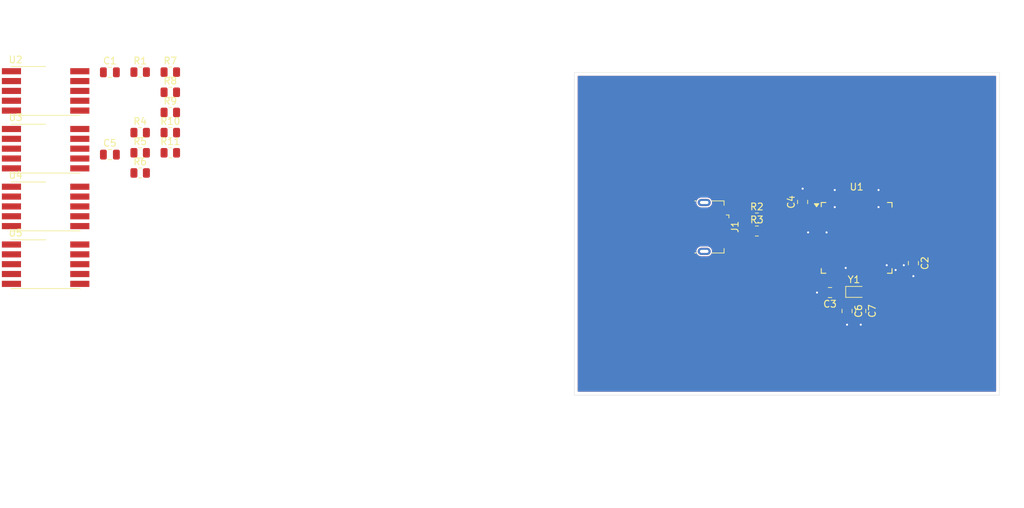
<source format=kicad_pcb>
(kicad_pcb (version 20240108) (generator "pcbnew") (generator_version "8.0")
  (layers (0 "F.Cu" signal) (31 "B.Cu" signal) (34 "B.Paste" user) (35 "F.Paste" user) (36 "B.SilkS" user "B.Silkscreen") (37 "F.SilkS" user "F.Silkscreen") (38 "B.Mask" user) (39 "F.Mask" user) (44 "Edge.Cuts" user))
  (net 0 "")
  (net 1 "+5V")
  (net 2 "GND")
  (net 3 "Net-(U1-UCAP)")
  (net 4 "Net-(U1-XTAL2)")
  (net 5 "Net-(U1-XTAL1)")
  (net 6 "Net-(J1-Shield)")
  (net 8 "Net-(J1-D-)")
  (net 9 "Net-(J1-D+)")
  (net 10 "Net-(U1-D-)")
  (net 11 "Net-(U1-D+)")
  (net 12 "Net-(U1-~{RESET})")
  (net 14 "Net-(U1-PB0)")
  (net 16 "Net-(U1-PB1)")
  (net 51 "/D")
  (net 54 "/B")
  (net 56 "/C")
  (net 57 "/G")
  (net 58 "/E")
  (net 59 "/A")
  (net 60 "/F")
  (footprint "Resistor_SMD:R_0805_2012Metric" (layer "F.Cu") (at 45.58 87.6)
    (property "Reference" "R6" (at 0 -1.65 0) (layer "F.SilkS"))
    (property "Value" "2.7k")
    (fp_line (start -0.227064 -0.735) (end 0.227064 -0.735) (stroke (width 0.12)) (layer "F.SilkS"))
    (fp_line (start -0.227064 0.735) (end 0.227064 0.735) (stroke (width 0.12)) (layer "F.SilkS"))
    (pad "1" smd roundrect (at -0.9125 0) (size 1.025 1.4) (layers "F.Cu" "F.Paste" "F.Mask") (roundrect_rratio 0.243902) (net 16 "Net-(U1-PB1)"))
    (pad "2" smd roundrect (at 0.9125 0) (size 1.025 1.4) (layers "F.Cu" "F.Paste" "F.Mask") (roundrect_rratio 0.243902))
  )
  (footprint "Crystal:Crystal_SMD_2012-2Pin_2.0x1.2mm" (layer "F.Cu") (at 150 105)
    (property "Reference" "Y1" (at 0 -1.8 0) (layer "F.SilkS"))
    (property "Value" "16 MHz")
    (fp_line (start -1.2 -0.8) (end -1.2 0.8) (stroke (width 0.12)) (layer "F.SilkS"))
    (fp_line (start -1.2 0.8) (end 1.2 0.8) (stroke (width 0.12)) (layer "F.SilkS"))
    (fp_line (start 1.2 -0.8) (end -1.2 -0.8) (stroke (width 0.12)) (layer "F.SilkS"))
    (pad "1" smd rect (at -0.7 0) (size 0.6 1.1) (layers "F.Cu" "F.Paste" "F.Mask") (net 4 "Net-(U1-XTAL2)"))
    (pad "2" smd rect (at 0.7 0) (size 0.6 1.1) (layers "F.Cu" "F.Paste" "F.Mask") (net 5 "Net-(U1-XTAL1)"))
  )
  (footprint "Resistor_SMD:R_0805_2012Metric" (layer "F.Cu") (at 135.8 96.1)
    (property "Reference" "R3" (at 0 -1.65 0) (layer "F.SilkS"))
    (property "Value" "22")
    (fp_line (start -0.227064 -0.735) (end 0.227064 -0.735) (stroke (width 0.12)) (layer "F.SilkS"))
    (fp_line (start -0.227064 0.735) (end 0.227064 0.735) (stroke (width 0.12)) (layer "F.SilkS"))
    (pad "1" smd roundrect (at -0.9125 0) (size 1.025 1.4) (layers "F.Cu" "F.Paste" "F.Mask") (roundrect_rratio 0.243902) (net 9 "Net-(J1-D+)"))
    (pad "2" smd roundrect (at 0.9125 0) (size 1.025 1.4) (layers "F.Cu" "F.Paste" "F.Mask") (roundrect_rratio 0.243902) (net 11 "Net-(U1-D+)"))
  )
  (footprint "Resistor_SMD:R_0805_2012Metric" (layer "F.Cu") (at 45.58 81.7)
    (property "Reference" "R4" (at 0 -1.65 0) (layer "F.SilkS"))
    (property "Value" "10k")
    (fp_line (start -0.227064 -0.735) (end 0.227064 -0.735) (stroke (width 0.12)) (layer "F.SilkS"))
    (fp_line (start -0.227064 0.735) (end 0.227064 0.735) (stroke (width 0.12)) (layer "F.SilkS"))
    (pad "1" smd roundrect (at -0.9125 0) (size 1.025 1.4) (layers "F.Cu" "F.Paste" "F.Mask") (roundrect_rratio 0.243902) (net 1 "+5V"))
    (pad "2" smd roundrect (at 0.9125 0) (size 1.025 1.4) (layers "F.Cu" "F.Paste" "F.Mask") (roundrect_rratio 0.243902) (net 12 "Net-(U1-~{RESET})"))
  )
  (footprint "Resistor_SMD:R_0805_2012Metric" (layer "F.Cu") (at 45.58 72.85)
    (property "Reference" "R1" (at 0 -1.65 0) (layer "F.SilkS"))
    (property "Value" "1M")
    (fp_line (start -0.227064 -0.735) (end 0.227064 -0.735) (stroke (width 0.12)) (layer "F.SilkS"))
    (fp_line (start -0.227064 0.735) (end 0.227064 0.735) (stroke (width 0.12)) (layer "F.SilkS"))
    (pad "1" smd roundrect (at -0.9125 0) (size 1.025 1.4) (layers "F.Cu" "F.Paste" "F.Mask") (roundrect_rratio 0.243902) (net 6 "Net-(J1-Shield)"))
    (pad "2" smd roundrect (at 0.9125 0) (size 1.025 1.4) (layers "F.Cu" "F.Paste" "F.Mask") (roundrect_rratio 0.243902) (net 2 "GND"))
  )
  (footprint "Resistor_SMD:R_0805_2012Metric" (layer "F.Cu") (at 45.58 84.65)
    (property "Reference" "R5" (at 0 -1.65 0) (layer "F.SilkS"))
    (property "Value" "2.7k")
    (fp_line (start -0.227064 -0.735) (end 0.227064 -0.735) (stroke (width 0.12)) (layer "F.SilkS"))
    (fp_line (start -0.227064 0.735) (end 0.227064 0.735) (stroke (width 0.12)) (layer "F.SilkS"))
    (pad "1" smd roundrect (at -0.9125 0) (size 1.025 1.4) (layers "F.Cu" "F.Paste" "F.Mask") (roundrect_rratio 0.243902) (net 14 "Net-(U1-PB0)"))
    (pad "2" smd roundrect (at 0.9125 0) (size 1.025 1.4) (layers "F.Cu" "F.Paste" "F.Mask") (roundrect_rratio 0.243902))
  )
  (footprint "Display_7Segment:KCSC02-107" (layer "F.Cu") (at 31.75 100.95)
    (property "Reference" "U5" (at -4.39 -4.56 0) (layer "F.SilkS"))
    (property "Value" "KCSA02-107")
    (fp_line (start -5.06 -3.57) (end 0 -3.57) (stroke (width 0.12)) (layer "F.SilkS"))
    (fp_line (start 5.06 3.57) (end -5.06 3.57) (stroke (width 0.12)) (layer "F.SilkS"))
    (pad "1" smd rect (at -5 -2.88) (size 2.8 0.9) (layers "F.Cu" "F.Paste" "F.Mask"))
    (pad "2" smd rect (at -5 -1.44) (size 2.8 0.9) (layers "F.Cu" "F.Paste" "F.Mask"))
    (pad "3" smd rect (at -5 0) (size 2.8 0.9) (layers "F.Cu" "F.Paste" "F.Mask"))
    (pad "4" smd rect (at -5 1.44) (size 2.8 0.9) (layers "F.Cu" "F.Paste" "F.Mask"))
    (pad "5" smd rect (at -5 2.88) (size 2.8 0.9) (layers "F.Cu" "F.Paste" "F.Mask"))
    (pad "6" smd rect (at 5 2.88) (size 2.8 0.9) (layers "F.Cu" "F.Paste" "F.Mask"))
    (pad "7" smd rect (at 5 1.44) (size 2.8 0.9) (layers "F.Cu" "F.Paste" "F.Mask"))
    (pad "8" smd rect (at 5 0) (size 2.8 0.9) (layers "F.Cu" "F.Paste" "F.Mask"))
    (pad "9" smd rect (at 5 -1.44) (size 2.8 0.9) (layers "F.Cu" "F.Paste" "F.Mask"))
    (pad "10" smd rect (at 5 -2.88) (size 2.8 0.9) (layers "F.Cu" "F.Paste" "F.Mask"))
  )
  (footprint "Resistor_SMD:R_0805_2012Metric" (layer "F.Cu") (at 49.99 72.85)
    (property "Reference" "R7" (at 0 -1.65 0) (layer "F.SilkS"))
    (property "Value" "2.7k")
    (fp_line (start -0.227064 -0.735) (end 0.227064 -0.735) (stroke (width 0.12)) (layer "F.SilkS"))
    (fp_line (start -0.227064 0.735) (end 0.227064 0.735) (stroke (width 0.12)) (layer "F.SilkS"))
    (pad "1" smd roundrect (at -0.9125 0) (size 1.025 1.4) (layers "F.Cu" "F.Paste" "F.Mask") (roundrect_rratio 0.243902))
    (pad "2" smd roundrect (at 0.9125 0) (size 1.025 1.4) (layers "F.Cu" "F.Paste" "F.Mask") (roundrect_rratio 0.243902))
  )
  (footprint "Capacitor_SMD:C_0805_2012Metric" (layer "F.Cu") (at 158.7 100.8 -90)
    (property "Reference" "C2" (at 0 -1.679999 90) (layer "F.SilkS"))
    (property "Value" "100n")
    (fp_line (start -0.261253 0.735) (end 0.261253 0.735) (stroke (width 0.12)) (layer "F.SilkS"))
    (fp_line (start -0.261253 -0.735) (end 0.261253 -0.735) (stroke (width 0.12)) (layer "F.SilkS"))
    (pad "1" smd roundrect (at -0.949999 0 270) (size 1 1.45) (layers "F.Cu" "F.Paste" "F.Mask") (net 1 "+5V"))
    (pad "2" smd roundrect (at 0.949999 0 270) (size 1 1.45) (layers "F.Cu" "F.Paste" "F.Mask") (net 2 "GND"))
  )
  (footprint "Display_7Segment:KCSC02-107" (layer "F.Cu") (at 31.75 92.5)
    (property "Reference" "U4" (at -4.39 -4.56 0) (layer "F.SilkS"))
    (property "Value" "KCSA02-107")
    (fp_line (start -5.06 -3.57) (end 0 -3.57) (stroke (width 0.12)) (layer "F.SilkS"))
    (fp_line (start 5.06 3.57) (end -5.06 3.57) (stroke (width 0.12)) (layer "F.SilkS"))
    (pad "1" smd rect (at -5 -2.88) (size 2.8 0.9) (layers "F.Cu" "F.Paste" "F.Mask"))
    (pad "2" smd rect (at -5 -1.44) (size 2.8 0.9) (layers "F.Cu" "F.Paste" "F.Mask"))
    (pad "3" smd rect (at -5 0) (size 2.8 0.9) (layers "F.Cu" "F.Paste" "F.Mask"))
    (pad "4" smd rect (at -5 1.44) (size 2.8 0.9) (layers "F.Cu" "F.Paste" "F.Mask"))
    (pad "5" smd rect (at -5 2.88) (size 2.8 0.9) (layers "F.Cu" "F.Paste" "F.Mask"))
    (pad "6" smd rect (at 5 2.88) (size 2.8 0.9) (layers "F.Cu" "F.Paste" "F.Mask"))
    (pad "7" smd rect (at 5 1.44) (size 2.8 0.9) (layers "F.Cu" "F.Paste" "F.Mask"))
    (pad "8" smd rect (at 5 0) (size 2.8 0.9) (layers "F.Cu" "F.Paste" "F.Mask"))
    (pad "9" smd rect (at 5 -1.44) (size 2.8 0.9) (layers "F.Cu" "F.Paste" "F.Mask"))
    (pad "10" smd rect (at 5 -2.88) (size 2.8 0.9) (layers "F.Cu" "F.Paste" "F.Mask"))
  )
  (footprint "Display_7Segment:KCSC02-107" (layer "F.Cu") (at 31.75 84.05)
    (property "Reference" "U3" (at -4.39 -4.56 0) (layer "F.SilkS"))
    (property "Value" "KCSA02-107")
    (fp_line (start -5.06 -3.57) (end 0 -3.57) (stroke (width 0.12)) (layer "F.SilkS"))
    (fp_line (start 5.06 3.57) (end -5.06 3.57) (stroke (width 0.12)) (layer "F.SilkS"))
    (pad "1" smd rect (at -5 -2.88) (size 2.8 0.9) (layers "F.Cu" "F.Paste" "F.Mask") (net 58 "/E"))
    (pad "2" smd rect (at -5 -1.44) (size 2.8 0.9) (layers "F.Cu" "F.Paste" "F.Mask") (net 51 "/D"))
    (pad "3" smd rect (at -5 0) (size 2.8 0.9) (layers "F.Cu" "F.Paste" "F.Mask"))
    (pad "4" smd rect (at -5 1.44) (size 2.8 0.9) (layers "F.Cu" "F.Paste" "F.Mask") (net 56 "/C"))
    (pad "5" smd rect (at -5 2.88) (size 2.8 0.9) (layers "F.Cu" "F.Paste" "F.Mask"))
    (pad "6" smd rect (at 5 2.88) (size 2.8 0.9) (layers "F.Cu" "F.Paste" "F.Mask") (net 54 "/B"))
    (pad "7" smd rect (at 5 1.44) (size 2.8 0.9) (layers "F.Cu" "F.Paste" "F.Mask") (net 59 "/A"))
    (pad "8" smd rect (at 5 0) (size 2.8 0.9) (layers "F.Cu" "F.Paste" "F.Mask"))
    (pad "9" smd rect (at 5 -1.44) (size 2.8 0.9) (layers "F.Cu" "F.Paste" "F.Mask") (net 60 "/F"))
    (pad "10" smd rect (at 5 -2.88) (size 2.8 0.9) (layers "F.Cu" "F.Paste" "F.Mask") (net 57 "/G"))
  )
  (footprint "Display_7Segment:KCSC02-107" (layer "F.Cu") (at 31.75 75.6)
    (property "Reference" "U2" (at -4.39 -4.56 0) (layer "F.SilkS"))
    (property "Value" "KCSA02-107")
    (fp_line (start -5.06 -3.57) (end 0 -3.57) (stroke (width 0.12)) (layer "F.SilkS"))
    (fp_line (start 5.06 3.57) (end -5.06 3.57) (stroke (width 0.12)) (layer "F.SilkS"))
    (pad "1" smd rect (at -5 -2.88) (size 2.8 0.9) (layers "F.Cu" "F.Paste" "F.Mask") (net 58 "/E"))
    (pad "2" smd rect (at -5 -1.44) (size 2.8 0.9) (layers "F.Cu" "F.Paste" "F.Mask") (net 51 "/D"))
    (pad "3" smd rect (at -5 0) (size 2.8 0.9) (layers "F.Cu" "F.Paste" "F.Mask"))
    (pad "4" smd rect (at -5 1.44) (size 2.8 0.9) (layers "F.Cu" "F.Paste" "F.Mask") (net 56 "/C"))
    (pad "5" smd rect (at -5 2.88) (size 2.8 0.9) (layers "F.Cu" "F.Paste" "F.Mask"))
    (pad "6" smd rect (at 5 2.88) (size 2.8 0.9) (layers "F.Cu" "F.Paste" "F.Mask") (net 54 "/B"))
    (pad "7" smd rect (at 5 1.44) (size 2.8 0.9) (layers "F.Cu" "F.Paste" "F.Mask") (net 59 "/A"))
    (pad "8" smd rect (at 5 0) (size 2.8 0.9) (layers "F.Cu" "F.Paste" "F.Mask"))
    (pad "9" smd rect (at 5 -1.44) (size 2.8 0.9) (layers "F.Cu" "F.Paste" "F.Mask") (net 60 "/F"))
    (pad "10" smd rect (at 5 -2.88) (size 2.8 0.9) (layers "F.Cu" "F.Paste" "F.Mask") (net 57 "/G"))
  )
  (footprint "Resistor_SMD:R_0805_2012Metric" (layer "F.Cu") (at 49.99 75.8)
    (property "Reference" "R8" (at 0 -1.65 0) (layer "F.SilkS"))
    (property "Value" "2.7k")
    (fp_line (start -0.227064 -0.735) (end 0.227064 -0.735) (stroke (width 0.12)) (layer "F.SilkS"))
    (fp_line (start -0.227064 0.735) (end 0.227064 0.735) (stroke (width 0.12)) (layer "F.SilkS"))
    (pad "1" smd roundrect (at -0.9125 0) (size 1.025 1.4) (layers "F.Cu" "F.Paste" "F.Mask") (roundrect_rratio 0.243902))
    (pad "2" smd roundrect (at 0.9125 0) (size 1.025 1.4) (layers "F.Cu" "F.Paste" "F.Mask") (roundrect_rratio 0.243902))
  )
  (footprint "Capacitor_SMD:C_0805_2012Metric" (layer "F.Cu") (at 142.5 91.849999 90)
    (property "Reference" "C4" (at 0 -1.679999 270) (layer "F.SilkS"))
    (property "Value" "100n")
    (fp_line (start -0.261253 -0.735) (end 0.261253 -0.735) (stroke (width 0.12)) (layer "F.SilkS"))
    (fp_line (start -0.261253 0.735) (end 0.261253 0.735) (stroke (width 0.12)) (layer "F.SilkS"))
    (pad "1" smd roundrect (at -0.949999 0 90) (size 1 1.45) (layers "F.Cu" "F.Paste" "F.Mask") (net 1 "+5V"))
    (pad "2" smd roundrect (at 0.949999 0 90) (size 1 1.45) (layers "F.Cu" "F.Paste" "F.Mask") (net 2 "GND"))
  )
  (footprint "Capacitor_SMD:C_0805_2012Metric" (layer "F.Cu") (at 41.15 72.88)
    (property "Reference" "C1" (at 0 -1.68 0) (layer "F.SilkS"))
    (property "Value" "10u")
    (fp_line (start -0.261252 -0.735) (end 0.261252 -0.735) (stroke (width 0.12)) (layer "F.SilkS"))
    (fp_line (start -0.261252 0.735) (end 0.261252 0.735) (stroke (width 0.12)) (layer "F.SilkS"))
    (pad "1" smd roundrect (at -0.95 0) (size 1 1.45) (layers "F.Cu" "F.Paste" "F.Mask") (net 1 "+5V"))
    (pad "2" smd roundrect (at 0.95 0) (size 1 1.45) (layers "F.Cu" "F.Paste" "F.Mask") (net 2 "GND"))
  )
  (footprint "Resistor_SMD:R_0805_2012Metric" (layer "F.Cu") (at 49.99 78.75)
    (property "Reference" "R9" (at 0 -1.65 0) (layer "F.SilkS"))
    (property "Value" "2.7k")
    (fp_line (start -0.227064 -0.735) (end 0.227064 -0.735) (stroke (width 0.12)) (layer "F.SilkS"))
    (fp_line (start -0.227064 0.735) (end 0.227064 0.735) (stroke (width 0.12)) (layer "F.SilkS"))
    (pad "1" smd roundrect (at -0.9125 0) (size 1.025 1.4) (layers "F.Cu" "F.Paste" "F.Mask") (roundrect_rratio 0.243902))
    (pad "2" smd roundrect (at 0.9125 0) (size 1.025 1.4) (layers "F.Cu" "F.Paste" "F.Mask") (roundrect_rratio 0.243902))
  )
  (footprint "Resistor_SMD:R_0805_2012Metric" (layer "F.Cu") (at 49.99 84.65)
    (property "Reference" "R11" (at 0 -1.65 0) (layer "F.SilkS"))
    (property "Value" "2.7k")
    (fp_line (start -0.227064 -0.735) (end 0.227064 -0.735) (stroke (width 0.12)) (layer "F.SilkS"))
    (fp_line (start -0.227064 0.735) (end 0.227064 0.735) (stroke (width 0.12)) (layer "F.SilkS"))
    (pad "1" smd roundrect (at -0.9125 0) (size 1.025 1.4) (layers "F.Cu" "F.Paste" "F.Mask") (roundrect_rratio 0.243902))
    (pad "2" smd roundrect (at 0.9125 0) (size 1.025 1.4) (layers "F.Cu" "F.Paste" "F.Mask") (roundrect_rratio 0.243902))
  )
  (footprint "Resistor_SMD:R_0805_2012Metric" (layer "F.Cu") (at 135.8 94.2)
    (property "Reference" "R2" (at 0 -1.65 0) (layer "F.SilkS"))
    (property "Value" "22")
    (fp_line (start -0.227064 -0.735) (end 0.227064 -0.735) (stroke (width 0.12)) (layer "F.SilkS"))
    (fp_line (start -0.227064 0.735) (end 0.227064 0.735) (stroke (width 0.12)) (layer "F.SilkS"))
    (pad "1" smd roundrect (at -0.9125 0) (size 1.025 1.4) (layers "F.Cu" "F.Paste" "F.Mask") (roundrect_rratio 0.243902) (net 8 "Net-(J1-D-)"))
    (pad "2" smd roundrect (at 0.9125 0) (size 1.025 1.4) (layers "F.Cu" "F.Paste" "F.Mask") (roundrect_rratio 0.243902) (net 10 "Net-(U1-D-)"))
  )
  (footprint "Connector_USB:USB_Micro-B_GCT_USB3076-30-A" (layer "F.Cu") (at 129.3 95.5 -90)
    (property "Reference" "J1" (at 0 -3.299999 90) (layer "F.SilkS"))
    (property "Value" "USB_B_Micro")
    (fp_line (start -3.81 2.59) (end -3.81 2.38) (stroke (width 0.12)) (layer "F.SilkS"))
    (fp_line (start 3.81 2.59) (end 3.81 2.38) (stroke (width 0.12)) (layer "F.SilkS"))
    (fp_line (start -3.81 0.02) (end -3.81 -1.71) (stroke (width 0.12)) (layer "F.SilkS"))
    (fp_line (start 3.81 0.02) (end 3.81 -1.71) (stroke (width 0.12)) (layer "F.SilkS"))
    (fp_line (start -3.81 -1.71) (end -3.15 -1.71) (stroke (width 0.12)) (layer "F.SilkS"))
    (fp_line (start 3.81 -1.71) (end 3.16 -1.71) (stroke (width 0.12)) (layer "F.SilkS"))
    (fp_line (start -1.76 -2.41) (end -1.76 -2.02) (stroke (width 0.12)) (layer "F.SilkS"))
    (fp_line (start -1.76 -2.41) (end -1.31 -2.41) (stroke (width 0.12)) (layer "F.SilkS"))
    (pad "1" smd rect (at -1.3 -1.45 270) (size 0.4 1.4) (layers "F.Cu" "F.Paste" "F.Mask") (net 1 "+5V"))
    (pad "2" smd rect (at -0.65 -1.45 270) (size 0.4 1.4) (layers "F.Cu" "F.Paste" "F.Mask") (net 8 "Net-(J1-D-)"))
    (pad "3" smd rect (at 0 -1.45 270) (size 0.4 1.4) (layers "F.Cu" "F.Paste" "F.Mask") (net 9 "Net-(J1-D+)"))
    (pad "4" smd rect (at 0.65 -1.45 270) (size 0.4 1.4) (layers "F.Cu" "F.Paste" "F.Mask"))
    (pad "5" smd rect (at 1.3 -1.45 270) (size 0.4 1.4) (layers "F.Cu" "F.Paste" "F.Mask") (net 2 "GND"))
    (pad "6" thru_hole oval (at -3.575 1.2 90) (size 1.05 1.9) (drill oval 0.45 1.25) (layers "*.Cu" "*.Mask") (net 6 "Net-(J1-Shield)"))
    (pad "6" smd rect (at -2.32 -1.03 270) (size 1.15 1.45) (layers "F.Cu" "F.Paste" "F.Mask") (net 6 "Net-(J1-Shield)"))
    (pad "6" smd rect (at -1.125 1.2 270) (size 1.75 1.9) (layers "F.Cu" "F.Paste" "F.Mask") (net 6 "Net-(J1-Shield)"))
    (pad "6" smd rect (at 1.125 1.2 270) (size 1.75 1.9) (layers "F.Cu" "F.Paste" "F.Mask") (net 6 "Net-(J1-Shield)"))
    (pad "6" smd rect (at 2.32 -1.03 270) (size 1.15 1.45) (layers "F.Cu" "F.Paste" "F.Mask") (net 6 "Net-(J1-Shield)"))
    (pad "6" thru_hole oval (at 3.575 1.2 270) (size 1.05 1.9) (drill oval 0.45 1.25) (layers "*.Cu" "*.Mask") (net 6 "Net-(J1-Shield)"))
  )
  (footprint "Capacitor_SMD:C_0805_2012Metric" (layer "F.Cu") (at 146.5 105.1 180)
    (property "Reference" "C3" (at 0 -1.679999 180) (layer "F.SilkS"))
    (property "Value" "100n")
    (fp_line (start -0.261253 0.735) (end 0.261253 0.735) (stroke (width 0.12)) (layer "F.SilkS"))
    (fp_line (start -0.261253 -0.735) (end 0.261253 -0.735) (stroke (width 0.12)) (layer "F.SilkS"))
    (pad "1" smd roundrect (at -0.949999 0 180) (size 1 1.45) (layers "F.Cu" "F.Paste" "F.Mask") (net 1 "+5V"))
    (pad "2" smd roundrect (at 0.949999 0 180) (size 1 1.45) (layers "F.Cu" "F.Paste" "F.Mask") (net 2 "GND"))
  )
  (footprint "Resistor_SMD:R_0805_2012Metric" (layer "F.Cu") (at 49.99 81.7)
    (property "Reference" "R10" (at 0 -1.65 0) (layer "F.SilkS"))
    (property "Value" "2.7k")
    (fp_line (start -0.227064 -0.735) (end 0.227064 -0.735) (stroke (width 0.12)) (layer "F.SilkS"))
    (fp_line (start -0.227064 0.735) (end 0.227064 0.735) (stroke (width 0.12)) (layer "F.SilkS"))
    (pad "1" smd roundrect (at -0.9125 0) (size 1.025 1.4) (layers "F.Cu" "F.Paste" "F.Mask") (roundrect_rratio 0.243902))
    (pad "2" smd roundrect (at 0.9125 0) (size 1.025 1.4) (layers "F.Cu" "F.Paste" "F.Mask") (roundrect_rratio 0.243902))
  )
  (footprint "Capacitor_SMD:C_0805_2012Metric" (layer "F.Cu") (at 149 107.8 -90)
    (property "Reference" "C6" (at 0 -1.679999 90) (layer "F.SilkS"))
    (property "Value" "18p")
    (fp_line (start -0.261253 0.735) (end 0.261253 0.735) (stroke (width 0.12)) (layer "F.SilkS"))
    (fp_line (start -0.261253 -0.735) (end 0.261253 -0.735) (stroke (width 0.12)) (layer "F.SilkS"))
    (pad "1" smd roundrect (at -0.949999 0 270) (size 1 1.45) (layers "F.Cu" "F.Paste" "F.Mask") (net 4 "Net-(U1-XTAL2)"))
    (pad "2" smd roundrect (at 0.949999 0 270) (size 1 1.45) (layers "F.Cu" "F.Paste" "F.Mask") (net 2 "GND"))
  )
  (footprint "Capacitor_SMD:C_0805_2012Metric" (layer "F.Cu") (at 151 107.8 -90)
    (property "Reference" "C7" (at 0 -1.679999 90) (layer "F.SilkS"))
    (property "Value" "18p")
    (fp_line (start -0.261253 0.735) (end 0.261253 0.735) (stroke (width 0.12)) (layer "F.SilkS"))
    (fp_line (start -0.261253 -0.735) (end 0.261253 -0.735) (stroke (width 0.12)) (layer "F.SilkS"))
    (pad "1" smd roundrect (at -0.949999 0 270) (size 1 1.45) (layers "F.Cu" "F.Paste" "F.Mask") (net 5 "Net-(U1-XTAL1)"))
    (pad "2" smd roundrect (at 0.949999 0 270) (size 1 1.45) (layers "F.Cu" "F.Paste" "F.Mask") (net 2 "GND"))
  )
  (footprint "Package_QFP:TQFP-44_10x10mm_P0.8mm" (layer "F.Cu") (at 150.4 97.1)
    (property "Reference" "U1" (at 0 -7.45 0) (layer "F.SilkS"))
    (property "Value" "ATmega32U4-A")
    (fp_line (start -5.175 -5.175) (end -5.175 -4.56) (stroke (width 0.15)) (layer "F.SilkS"))
    (fp_line (start -5.175 -5.175) (end -4.5 -5.175) (stroke (width 0.15)) (layer "F.SilkS"))
    (fp_line (start -5.175 5.175) (end -5.175 4.5) (stroke (width 0.15)) (layer "F.SilkS"))
    (fp_line (start -5.175 5.175) (end -4.5 5.175) (stroke (width 0.15)) (layer "F.SilkS"))
    (fp_line (start 5.175 -5.175) (end 4.5 -5.175) (stroke (width 0.15)) (layer "F.SilkS"))
    (fp_line (start 5.175 -5.175) (end 5.175 -4.5) (stroke (width 0.15)) (layer "F.SilkS"))
    (fp_line (start 5.175 5.175) (end 4.5 5.175) (stroke (width 0.15)) (layer "F.SilkS"))
    (fp_line (start 5.175 5.175) (end 5.175 4.5) (stroke (width 0.15)) (layer "F.SilkS"))
    (fp_poly (pts (xy -5.86 -4.54) (xy -6.2 -5.01) (xy -5.52 -5.01) (xy -5.86 -4.54)) (stroke (width 0.12)) (fill solid) (layer "F.SilkS"))
    (pad "1" smd rect (at -5.7 -4) (size 1.5 0.55) (layers "F.Cu" "F.Paste" "F.Mask"))
    (pad "2" smd rect (at -5.7 -3.2) (size 1.5 0.55) (layers "F.Cu" "F.Paste" "F.Mask") (net 1 "+5V"))
    (pad "3" smd rect (at -5.7 -2.4) (size 1.5 0.55) (layers "F.Cu" "F.Paste" "F.Mask") (net 10 "Net-(U1-D-)"))
    (pad "4" smd rect (at -5.7 -1.6) (size 1.5 0.55) (layers "F.Cu" "F.Paste" "F.Mask") (net 11 "Net-(U1-D+)"))
    (pad "5" smd rect (at -5.7 -0.8) (size 1.5 0.55) (layers "F.Cu" "F.Paste" "F.Mask") (net 2 "GND"))
    (pad "6" smd rect (at -5.7 0) (size 1.5 0.55) (layers "F.Cu" "F.Paste" "F.Mask") (net 3 "Net-(U1-UCAP)"))
    (pad "7" smd rect (at -5.7 0.8) (size 1.5 0.55) (layers "F.Cu" "F.Paste" "F.Mask") (net 1 "+5V"))
    (pad "8" smd rect (at -5.7 1.6) (size 1.5 0.55) (layers "F.Cu" "F.Paste" "F.Mask") (net 14 "Net-(U1-PB0)"))
    (pad "9" smd rect (at -5.7 2.4) (size 1.5 0.55) (layers "F.Cu" "F.Paste" "F.Mask") (net 16 "Net-(U1-PB1)"))
    (pad "10" smd rect (at -5.7 3.2) (size 1.5 0.55) (layers "F.Cu" "F.Paste" "F.Mask"))
    (pad "11" smd rect (at -5.7 4) (size 1.5 0.55) (layers "F.Cu" "F.Paste" "F.Mask"))
    (pad "12" smd rect (at -4 5.7 90) (size 1.5 0.55) (layers "F.Cu" "F.Paste" "F.Mask"))
    (pad "13" smd rect (at -3.2 5.7 90) (size 1.5 0.55) (layers "F.Cu" "F.Paste" "F.Mask") (net 12 "Net-(U1-~{RESET})"))
    (pad "14" smd rect (at -2.4 5.7 90) (size 1.5 0.55) (layers "F.Cu" "F.Paste" "F.Mask") (net 1 "+5V"))
    (pad "15" smd rect (at -1.6 5.7 90) (size 1.5 0.55) (layers "F.Cu" "F.Paste" "F.Mask") (net 2 "GND"))
    (pad "16" smd rect (at -0.8 5.7 90) (size 1.5 0.55) (layers "F.Cu" "F.Paste" "F.Mask") (net 4 "Net-(U1-XTAL2)"))
    (pad "17" smd rect (at 0 5.7 90) (size 1.5 0.55) (layers "F.Cu" "F.Paste" "F.Mask") (net 5 "Net-(U1-XTAL1)"))
    (pad "18" smd rect (at 0.8 5.7 90) (size 1.5 0.55) (layers "F.Cu" "F.Paste" "F.Mask"))
    (pad "19" smd rect (at 1.6 5.7 90) (size 1.5 0.55) (layers "F.Cu" "F.Paste" "F.Mask"))
    (pad "20" smd rect (at 2.4 5.7 90) (size 1.5 0.55) (layers "F.Cu" "F.Paste" "F.Mask"))
    (pad "21" smd rect (at 3.2 5.7 90) (size 1.5 0.55) (layers "F.Cu" "F.Paste" "F.Mask"))
    (pad "22" smd rect (at 4 5.7 90) (size 1.5 0.55) (layers "F.Cu" "F.Paste" "F.Mask"))
    (pad "23" smd rect (at 5.7 4) (size 1.5 0.55) (layers "F.Cu" "F.Paste" "F.Mask") (net 2 "GND"))
    (pad "24" smd rect (at 5.7 3.2) (size 1.5 0.55) (layers "F.Cu" "F.Paste" "F.Mask") (net 1 "+5V"))
    (pad "25" smd rect (at 5.7 2.4) (size 1.5 0.55) (layers "F.Cu" "F.Paste" "F.Mask"))
    (pad "26" smd rect (at 5.7 1.6) (size 1.5 0.55) (layers "F.Cu" "F.Paste" "F.Mask"))
    (pad "27" smd rect (at 5.7 0.8) (size 1.5 0.55) (layers "F.Cu" "F.Paste" "F.Mask"))
    (pad "28" smd rect (at 5.7 0) (size 1.5 0.55) (layers "F.Cu" "F.Paste" "F.Mask"))
    (pad "29" smd rect (at 5.7 -0.8) (size 1.5 0.55) (layers "F.Cu" "F.Paste" "F.Mask"))
    (pad "30" smd rect (at 5.7 -1.6) (size 1.5 0.55) (layers "F.Cu" "F.Paste" "F.Mask"))
    (pad "31" smd rect (at 5.7 -2.4) (size 1.5 0.55) (layers "F.Cu" "F.Paste" "F.Mask"))
    (pad "32" smd rect (at 5.7 -3.2) (size 1.5 0.55) (layers "F.Cu" "F.Paste" "F.Mask"))
    (pad "33" smd rect (at 5.7 -4) (size 1.5 0.55) (layers "F.Cu" "F.Paste" "F.Mask"))
    (pad "34" smd rect (at 4 -5.7 90) (size 1.5 0.55) (layers "F.Cu" "F.Paste" "F.Mask") (net 1 "+5V"))
    (pad "35" smd rect (at 3.2 -5.7 90) (size 1.5 0.55) (layers "F.Cu" "F.Paste" "F.Mask") (net 2 "GND"))
    (pad "36" smd rect (at 2.4 -5.7 90) (size 1.5 0.55) (layers "F.Cu" "F.Paste" "F.Mask"))
    (pad "37" smd rect (at 1.6 -5.7 90) (size 1.5 0.55) (layers "F.Cu" "F.Paste" "F.Mask"))
    (pad "38" smd rect (at 0.8 -5.7 90) (size 1.5 0.55) (layers "F.Cu" "F.Paste" "F.Mask"))
    (pad "39" smd rect (at 0 -5.7 90) (size 1.5 0.55) (layers "F.Cu" "F.Paste" "F.Mask"))
    (pad "40" smd rect (at -0.8 -5.7 90) (size 1.5 0.55) (layers "F.Cu" "F.Paste" "F.Mask"))
    (pad "41" smd rect (at -1.6 -5.7 90) (size 1.5 0.55) (layers "F.Cu" "F.Paste" "F.Mask"))
    (pad "42" smd rect (at -2.4 -5.7 90) (size 1.5 0.55) (layers "F.Cu" "F.Paste" "F.Mask") (net 1 "+5V"))
    (pad "43" smd rect (at -3.2 -5.7 90) (size 1.5 0.55) (layers "F.Cu" "F.Paste" "F.Mask") (net 2 "GND"))
    (pad "44" smd rect (at -4 -5.7 90) (size 1.5 0.55) (layers "F.Cu" "F.Paste" "F.Mask") (net 1 "+5V"))
  )
  (footprint "Capacitor_SMD:C_0805_2012Metric" (layer "F.Cu") (at 41.15 84.92)
    (property "Reference" "C5" (at 0 -1.68 0) (layer "F.SilkS"))
    (property "Value" "1u")
    (fp_line (start -0.261252 -0.735) (end 0.261252 -0.735) (stroke (width 0.12)) (layer "F.SilkS"))
    (fp_line (start -0.261252 0.735) (end 0.261252 0.735) (stroke (width 0.12)) (layer "F.SilkS"))
    (pad "1" smd roundrect (at -0.95 0) (size 1 1.45) (layers "F.Cu" "F.Paste" "F.Mask") (net 3 "Net-(U1-UCAP)"))
    (pad "2" smd roundrect (at 0.95 0) (size 1 1.45) (layers "F.Cu" "F.Paste" "F.Mask") (net 2 "GND"))
  )
  (gr_rect (start 109.1 72.9) (end 171.3 120.1) (stroke (width 0.05)) (fill none) (layer "Edge.Cuts"))
  (segment (start 148 91.4) (end 148 95.3) (width 0.5) (layer "F.Cu") (net 1))
  (segment (start 144.7 93.9) (end 143 93.9) (width 0.5) (layer "F.Cu") (net 1))
  (segment (start 140.5 92.6) (end 140.7 92.8) (width 0.5) (layer "F.Cu") (net 1))
  (segment (start 148.1 100.3) (end 148 100.4) (width 0.5) (layer "F.Cu") (net 1))
  (segment (start 142.499998 92.8) (end 142.5 92.799998) (width 0.5) (layer "F.Cu") (net 1))
  (segment (start 132.5 94.2) (end 134.1 92.6) (width 0.5) (layer "F.Cu") (net 1))
  (segment (start 147 98.6) (end 148 99.6) (width 0.5) (layer "F.Cu") (net 1))
  (segment (start 146.4 93.9) (end 148 93.9) (width 0.5) (layer "F.Cu") (net 1))
  (segment (start 134.1 92.6) (end 140.5 92.6) (width 0.5) (layer "F.Cu") (net 1))
  (segment (start 148 93.9) (end 148 95.3) (width 0.5) (layer "F.Cu") (net 1))
  (segment (start 147.449999 104.350001) (end 147.449999 105.1) (width 0.5) (layer "F.Cu") (net 1))
  (segment (start 146.3 97.9) (end 147 98.6) (width 0.5) (layer "F.Cu") (net 1))
  (segment (start 154.4 91.4) (end 154.4 100.3) (width 0.5) (layer "F.Cu") (net 1))
  (segment (start 148 99.6) (end 148 100.4) (width 0.5) (layer "F.Cu") (net 1))
  (segment (start 130.75 94.2) (end 132.5 94.2) (width 0.4) (layer "F.Cu") (net 1))
  (segment (start 143 93.9) (end 142.5 93.4) (width 0.5) (layer "F.Cu") (net 1))
  (segment (start 148 102.8) (end 148 103.8) (width 0.5) (layer "F.Cu") (net 1))
  (segment (start 158.650001 99.9) (end 158.7 99.850001) (width 0.5) (layer "F.Cu") (net 1))
  (segment (start 148 103.8) (end 147.449999 104.350001) (width 0.5) (layer "F.Cu") (net 1))
  (segment (start 148 97.6) (end 147 98.6) (width 0.5) (layer "F.Cu") (net 1))
  (segment (start 140.7 92.8) (end 142.499998 92.8) (width 0.5) (layer "F.Cu") (net 1))
  (segment (start 148 100.4) (end 148 102.8) (width 0.5) (layer "F.Cu") (net 1))
  (segment (start 157.6 99.9) (end 158.650001 99.9) (width 0.5) (layer "F.Cu") (net 1))
  (segment (start 148 95.3) (end 148 97.6) (width 0.5) (layer "F.Cu") (net 1))
  (segment (start 157.2 100.3) (end 157.6 99.9) (width 0.5) (layer "F.Cu") (net 1))
  (segment (start 154.4 100.3) (end 148.1 100.3) (width 0.5) (layer "F.Cu") (net 1))
  (segment (start 146.4 91.4) (end 146.4 93.9) (width 0.5) (layer "F.Cu") (net 1))
  (segment (start 146.4 93.9) (end 144.7 93.9) (width 0.5) (layer "F.Cu") (net 1))
  (segment (start 144.7 97.9) (end 146.3 97.9) (width 0.5) (layer "F.Cu") (net 1))
  (segment (start 142.5 93.4) (end 142.5 92.799998) (width 0.5) (layer "F.Cu") (net 1))
  (segment (start 156.1 100.3) (end 154.4 100.3) (width 0.5) (layer "F.Cu") (net 1))
  (segment (start 156.1 100.3) (end 157.2 100.3) (width 0.5) (layer "F.Cu") (net 1))
  (via (at 148.8 101.5) (size 0.6) (drill 0.3) (layers "F.Cu" "B.Cu") (net 2))
  (via (at 149 109.8) (size 0.6) (drill 0.3) (layers "F.Cu" "B.Cu") (net 2))
  (via (at 144.6 105.1) (size 0.6) (drill 0.3) (layers "F.Cu" "B.Cu") (net 2))
  (via (at 153.6 92.6) (size 0.6) (drill 0.3) (layers "F.Cu" "B.Cu") (net 2))
  (via (at 146 96.3) (size 0.6) (drill 0.3) (layers "F.Cu" "B.Cu") (net 2))
  (via (at 151 109.8) (size 0.6) (drill 0.3) (layers "F.Cu" "B.Cu") (net 2))
  (via (at 143.3 96.3) (size 0.6) (drill 0.3) (layers "F.Cu" "B.Cu") (net 2))
  (via (at 142.5 89.9) (size 0.6) (drill 0.3) (layers "F.Cu" "B.Cu") (net 2))
  (via (at 156.1 101.8) (size 0.6) (drill 0.3) (layers "F.Cu" "B.Cu") (net 2))
  (via (at 158.7 102.7) (size 0.6) (drill 0.3) (layers "F.Cu" "B.Cu") (net 2))
  (via (at 154.8 101.1) (size 0.6) (drill 0.3) (layers "F.Cu" "B.Cu") (net 2))
  (via (at 147.2 90.1) (size 0.6) (drill 0.3) (layers "F.Cu" "B.Cu") (net 2))
  (via (at 153.6 90.1) (size 0.6) (drill 0.3) (layers "F.Cu" "B.Cu") (net 2))
  (via (at 157.3 101.1) (size 0.6) (drill 0.3) (layers "F.Cu" "B.Cu") (net 2))
  (via (at 147.2 92.6) (size 0.6) (drill 0.3) (layers "F.Cu" "B.Cu") (net 2))
  (segment (start 149.6 102.8) (end 149.6 103.8) (width 0.2) (layer "F.Cu") (net 4))
  (segment (start 149.3 105) (end 149.3 105.7) (width 0.2) (layer "F.Cu") (net 4))
  (segment (start 149.3 104.1) (end 149.3 105) (width 0.2) (layer "F.Cu") (net 4))
  (segment (start 149 106) (end 149 106.850001) (width 0.2) (layer "F.Cu") (net 4))
  (segment (start 149.6 103.8) (end 149.3 104.1) (width 0.2) (layer "F.Cu") (net 4))
  (segment (start 149.3 105.7) (end 149 106) (width 0.2) (layer "F.Cu") (net 4))
  (segment (start 150.4 102.8) (end 150.4 103.7) (width 0.2) (layer "F.Cu") (net 5))
  (segment (start 150.7 105) (end 150.7 105.8) (width 0.2) (layer "F.Cu") (net 5))
  (segment (start 150.4 103.7) (end 150.7 104) (width 0.2) (layer "F.Cu") (net 5))
  (segment (start 151 106.1) (end 151 106.850001) (width 0.2) (layer "F.Cu") (net 5))
  (segment (start 150.7 104) (end 150.7 105) (width 0.2) (layer "F.Cu") (net 5))
  (segment (start 150.7 105.8) (end 151 106.1) (width 0.2) (layer "F.Cu") (net 5))
  (segment (start 134 94.2) (end 133.35 94.85) (width 0.2) (layer "F.Cu") (net 8))
  (segment (start 133.35 94.85) (end 130.75 94.85) (width 0.2) (layer "F.Cu") (net 8))
  (segment (start 134.8875 94.2) (end 134 94.2) (width 0.2) (layer "F.Cu") (net 8))
  (segment (start 133.4 95.5) (end 130.75 95.5) (width 0.2) (layer "F.Cu") (net 9))
  (segment (start 134.8875 96.1) (end 134 96.1) (width 0.2) (layer "F.Cu") (net 9))
  (segment (start 134 96.1) (end 133.4 95.5) (width 0.2) (layer "F.Cu") (net 9))
  (segment (start 142.2 94.7) (end 144.7 94.7) (width 0.2) (layer "F.Cu") (net 10))
  (segment (start 136.7125 94.2) (end 141.7 94.2) (width 0.2) (layer "F.Cu") (net 10))
  (segment (start 141.7 94.2) (end 142.2 94.7) (width 0.2) (layer "F.Cu") (net 10))
  (segment (start 136.7125 96.1) (end 141.7 96.1) (width 0.2) (layer "F.Cu") (net 11))
  (segment (start 142.3 95.5) (end 144.7 95.5) (width 0.2) (layer "F.Cu") (net 11))
  (segment (start 141.7 96.1) (end 142.3 95.5) (width 0.2) (layer "F.Cu") (net 11))
  (zone (net 2) (net_name "GND") (layers "F&B.Cu") (connect_pads thru_hole_only (clearance 0.2)) (min_thickness 0.1524) (fill yes (thermal_gap 0.5) (thermal_bridge_width 0.5))
    (polygon (pts (xy 166.1 62.3) (xy 174.9 71.1) (xy 174.9 126.1) (xy 107 136.6) (xy 107.11579 62.3)))
  )
)
</source>
